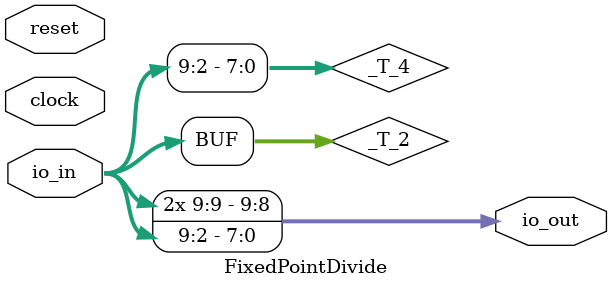
<source format=v>
module FixedPointDivide(
  input        clock,
  input        reset,
  input  [9:0] io_in,
  output [9:0] io_out
);
  wire [9:0] _T_2 = io_in; // @[FixedPointSpec.scala 39:20]
  wire [7:0] _T_4 = _T_2[9:2]; // @[FixedPointSpec.scala 39:55]
  assign io_out = {{2{_T_4[7]}},_T_4}; // @[FixedPointSpec.scala 39:55]
endmodule

</source>
